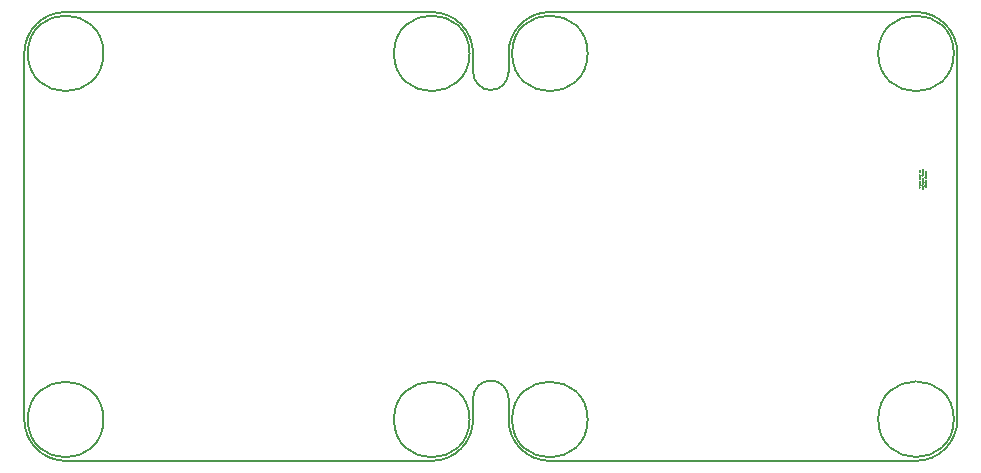
<source format=gbr>
%TF.GenerationSoftware,KiCad,Pcbnew,(6.0.1-0)*%
%TF.CreationDate,2022-02-22T17:31:55+01:00*%
%TF.ProjectId,ethersweep,65746865-7273-4776-9565-702e6b696361,2.0.1*%
%TF.SameCoordinates,Original*%
%TF.FileFunction,Other,Comment*%
%FSLAX46Y46*%
G04 Gerber Fmt 4.6, Leading zero omitted, Abs format (unit mm)*
G04 Created by KiCad (PCBNEW (6.0.1-0)) date 2022-02-22 17:31:55*
%MOMM*%
%LPD*%
G01*
G04 APERTURE LIST*
%TA.AperFunction,Profile*%
%ADD10C,0.150000*%
%TD*%
%ADD11C,0.020000*%
%ADD12C,0.150000*%
G04 APERTURE END LIST*
D10*
X184100000Y-31800000D02*
X184100000Y-30200000D01*
X184100000Y-60700000D02*
X184100000Y-59400000D01*
X180600000Y-26700000D02*
X149600000Y-26700000D01*
X149600000Y-26700000D02*
G75*
G03*
X146100000Y-30200000I-1J-3499999D01*
G01*
X184100000Y-30200000D02*
G75*
G03*
X180600000Y-26700000I-3499999J1D01*
G01*
X180600000Y-64700000D02*
G75*
G03*
X184100000Y-61200000I1J3499999D01*
G01*
X146100000Y-30200000D02*
X146100000Y-61200000D01*
X149600000Y-64700000D02*
X180600000Y-64700000D01*
X146100000Y-61200000D02*
G75*
G03*
X149600000Y-64700000I3499999J-1D01*
G01*
X184100000Y-61200000D02*
X184100000Y-60700000D01*
X225100000Y-61200000D02*
X225100000Y-30200000D01*
X190600000Y-64700000D02*
X221600000Y-64700000D01*
X187100000Y-61200000D02*
G75*
G03*
X190600000Y-64700000I3499999J-1D01*
G01*
X221600000Y-64700000D02*
G75*
G03*
X225100000Y-61200000I1J3499999D01*
G01*
X190600000Y-26700000D02*
G75*
G03*
X187100000Y-30200000I-1J-3499999D01*
G01*
X190600000Y-26700000D02*
X221600000Y-26700000D01*
X187100000Y-30200000D02*
X187100000Y-30700000D01*
X187100000Y-61200000D02*
X187100000Y-59400000D01*
X187100000Y-31800000D02*
X187100000Y-30700000D01*
X225100000Y-30200000D02*
G75*
G03*
X221600000Y-26700000I-3499999J1D01*
G01*
X184099404Y-31800002D02*
G75*
G03*
X187100000Y-31800000I1500298J-298D01*
G01*
X187100596Y-59399998D02*
G75*
G03*
X184100000Y-59400000I-1500298J298D01*
G01*
D11*
X221826357Y-41570000D02*
X221976357Y-41534285D01*
X221869214Y-41505714D01*
X221976357Y-41477142D01*
X221826357Y-41441428D01*
X221976357Y-41384285D02*
X221876357Y-41384285D01*
X221826357Y-41384285D02*
X221833500Y-41391428D01*
X221840642Y-41384285D01*
X221833500Y-41377142D01*
X221826357Y-41384285D01*
X221840642Y-41384285D01*
X221876357Y-41312857D02*
X222026357Y-41312857D01*
X221883500Y-41312857D02*
X221876357Y-41298571D01*
X221876357Y-41270000D01*
X221883500Y-41255714D01*
X221890642Y-41248571D01*
X221904928Y-41241428D01*
X221947785Y-41241428D01*
X221962071Y-41248571D01*
X221969214Y-41255714D01*
X221976357Y-41270000D01*
X221976357Y-41298571D01*
X221969214Y-41312857D01*
X221969214Y-41120000D02*
X221976357Y-41134285D01*
X221976357Y-41162857D01*
X221969214Y-41177142D01*
X221954928Y-41184285D01*
X221897785Y-41184285D01*
X221883500Y-41177142D01*
X221876357Y-41162857D01*
X221876357Y-41134285D01*
X221883500Y-41120000D01*
X221897785Y-41112857D01*
X221912071Y-41112857D01*
X221926357Y-41184285D01*
X221976357Y-41048571D02*
X221876357Y-41048571D01*
X221904928Y-41048571D02*
X221890642Y-41041428D01*
X221883500Y-41034285D01*
X221876357Y-41020000D01*
X221876357Y-41005714D01*
X221976357Y-40841428D02*
X221876357Y-40841428D01*
X221890642Y-40841428D02*
X221883500Y-40834285D01*
X221876357Y-40820000D01*
X221876357Y-40798571D01*
X221883500Y-40784285D01*
X221897785Y-40777142D01*
X221976357Y-40777142D01*
X221897785Y-40777142D02*
X221883500Y-40770000D01*
X221876357Y-40755714D01*
X221876357Y-40734285D01*
X221883500Y-40720000D01*
X221897785Y-40712857D01*
X221976357Y-40712857D01*
X221976357Y-40577142D02*
X221897785Y-40577142D01*
X221883500Y-40584285D01*
X221876357Y-40598571D01*
X221876357Y-40627142D01*
X221883500Y-40641428D01*
X221969214Y-40577142D02*
X221976357Y-40591428D01*
X221976357Y-40627142D01*
X221969214Y-40641428D01*
X221954928Y-40648571D01*
X221940642Y-40648571D01*
X221926357Y-40641428D01*
X221919214Y-40627142D01*
X221919214Y-40591428D01*
X221912071Y-40577142D01*
X221876357Y-40520000D02*
X221976357Y-40484285D01*
X221876357Y-40448571D02*
X221976357Y-40484285D01*
X222012071Y-40498571D01*
X222019214Y-40505714D01*
X222026357Y-40520000D01*
X221976357Y-40277142D02*
X221826357Y-40277142D01*
X221883500Y-40277142D02*
X221876357Y-40262857D01*
X221876357Y-40234285D01*
X221883500Y-40220000D01*
X221890642Y-40212857D01*
X221904928Y-40205714D01*
X221947785Y-40205714D01*
X221962071Y-40212857D01*
X221969214Y-40220000D01*
X221976357Y-40234285D01*
X221976357Y-40262857D01*
X221969214Y-40277142D01*
X221969214Y-40084285D02*
X221976357Y-40098571D01*
X221976357Y-40127142D01*
X221969214Y-40141428D01*
X221954928Y-40148571D01*
X221897785Y-40148571D01*
X221883500Y-40141428D01*
X221876357Y-40127142D01*
X221876357Y-40098571D01*
X221883500Y-40084285D01*
X221897785Y-40077142D01*
X221912071Y-40077142D01*
X221926357Y-40148571D01*
X222217857Y-41620000D02*
X222139285Y-41620000D01*
X222125000Y-41627142D01*
X222117857Y-41641428D01*
X222117857Y-41670000D01*
X222125000Y-41684285D01*
X222210714Y-41620000D02*
X222217857Y-41634285D01*
X222217857Y-41670000D01*
X222210714Y-41684285D01*
X222196428Y-41691428D01*
X222182142Y-41691428D01*
X222167857Y-41684285D01*
X222160714Y-41670000D01*
X222160714Y-41634285D01*
X222153571Y-41620000D01*
X222117857Y-41548571D02*
X222217857Y-41548571D01*
X222132142Y-41548571D02*
X222125000Y-41541428D01*
X222117857Y-41527142D01*
X222117857Y-41505714D01*
X222125000Y-41491428D01*
X222139285Y-41484285D01*
X222217857Y-41484285D01*
X222117857Y-41427142D02*
X222217857Y-41391428D01*
X222117857Y-41355714D02*
X222217857Y-41391428D01*
X222253571Y-41405714D01*
X222260714Y-41412857D01*
X222267857Y-41427142D01*
X222117857Y-41312857D02*
X222217857Y-41284285D01*
X222146428Y-41255714D01*
X222217857Y-41227142D01*
X222117857Y-41198571D01*
X222217857Y-41141428D02*
X222067857Y-41141428D01*
X222217857Y-41077142D02*
X222139285Y-41077142D01*
X222125000Y-41084285D01*
X222117857Y-41098571D01*
X222117857Y-41120000D01*
X222125000Y-41134285D01*
X222132142Y-41141428D01*
X222210714Y-40948571D02*
X222217857Y-40962857D01*
X222217857Y-40991428D01*
X222210714Y-41005714D01*
X222196428Y-41012857D01*
X222139285Y-41012857D01*
X222125000Y-41005714D01*
X222117857Y-40991428D01*
X222117857Y-40962857D01*
X222125000Y-40948571D01*
X222139285Y-40941428D01*
X222153571Y-40941428D01*
X222167857Y-41012857D01*
X222217857Y-40877142D02*
X222117857Y-40877142D01*
X222146428Y-40877142D02*
X222132142Y-40870000D01*
X222125000Y-40862857D01*
X222117857Y-40848571D01*
X222117857Y-40834285D01*
X222210714Y-40727142D02*
X222217857Y-40741428D01*
X222217857Y-40770000D01*
X222210714Y-40784285D01*
X222196428Y-40791428D01*
X222139285Y-40791428D01*
X222125000Y-40784285D01*
X222117857Y-40770000D01*
X222117857Y-40741428D01*
X222125000Y-40727142D01*
X222139285Y-40720000D01*
X222153571Y-40720000D01*
X222167857Y-40791428D01*
X222117857Y-40555714D02*
X222217857Y-40527142D01*
X222146428Y-40498571D01*
X222217857Y-40470000D01*
X222117857Y-40441428D01*
X222217857Y-40384285D02*
X222117857Y-40384285D01*
X222067857Y-40384285D02*
X222075000Y-40391428D01*
X222082142Y-40384285D01*
X222075000Y-40377142D01*
X222067857Y-40384285D01*
X222082142Y-40384285D01*
X222117857Y-40334285D02*
X222117857Y-40277142D01*
X222067857Y-40312857D02*
X222196428Y-40312857D01*
X222210714Y-40305714D01*
X222217857Y-40291428D01*
X222217857Y-40277142D01*
X222217857Y-40227142D02*
X222067857Y-40227142D01*
X222217857Y-40162857D02*
X222139285Y-40162857D01*
X222125000Y-40170000D01*
X222117857Y-40184285D01*
X222117857Y-40205714D01*
X222125000Y-40220000D01*
X222132142Y-40227142D01*
X222217857Y-40091428D02*
X222117857Y-40091428D01*
X222067857Y-40091428D02*
X222075000Y-40098571D01*
X222082142Y-40091428D01*
X222075000Y-40084285D01*
X222067857Y-40091428D01*
X222082142Y-40091428D01*
X222117857Y-40020000D02*
X222217857Y-40020000D01*
X222132142Y-40020000D02*
X222125000Y-40012857D01*
X222117857Y-39998571D01*
X222117857Y-39977142D01*
X222125000Y-39962857D01*
X222139285Y-39955714D01*
X222217857Y-39955714D01*
X222452214Y-41434285D02*
X222459357Y-41448571D01*
X222459357Y-41477142D01*
X222452214Y-41491428D01*
X222445071Y-41498571D01*
X222430785Y-41505714D01*
X222387928Y-41505714D01*
X222373642Y-41498571D01*
X222366500Y-41491428D01*
X222359357Y-41477142D01*
X222359357Y-41448571D01*
X222366500Y-41434285D01*
X222459357Y-41370000D02*
X222359357Y-41370000D01*
X222309357Y-41370000D02*
X222316500Y-41377142D01*
X222323642Y-41370000D01*
X222316500Y-41362857D01*
X222309357Y-41370000D01*
X222323642Y-41370000D01*
X222459357Y-41298571D02*
X222359357Y-41298571D01*
X222387928Y-41298571D02*
X222373642Y-41291428D01*
X222366500Y-41284285D01*
X222359357Y-41270000D01*
X222359357Y-41255714D01*
X222452214Y-41141428D02*
X222459357Y-41155714D01*
X222459357Y-41184285D01*
X222452214Y-41198571D01*
X222445071Y-41205714D01*
X222430785Y-41212857D01*
X222387928Y-41212857D01*
X222373642Y-41205714D01*
X222366500Y-41198571D01*
X222359357Y-41184285D01*
X222359357Y-41155714D01*
X222366500Y-41141428D01*
X222459357Y-41055714D02*
X222452214Y-41070000D01*
X222437928Y-41077142D01*
X222309357Y-41077142D01*
X222452214Y-40941428D02*
X222459357Y-40955714D01*
X222459357Y-40984285D01*
X222452214Y-40998571D01*
X222437928Y-41005714D01*
X222380785Y-41005714D01*
X222366500Y-40998571D01*
X222359357Y-40984285D01*
X222359357Y-40955714D01*
X222366500Y-40941428D01*
X222380785Y-40934285D01*
X222395071Y-40934285D01*
X222409357Y-41005714D01*
X222452214Y-40762857D02*
X222459357Y-40748571D01*
X222459357Y-40720000D01*
X222452214Y-40705714D01*
X222437928Y-40698571D01*
X222430785Y-40698571D01*
X222416500Y-40705714D01*
X222409357Y-40720000D01*
X222409357Y-40741428D01*
X222402214Y-40755714D01*
X222387928Y-40762857D01*
X222380785Y-40762857D01*
X222366500Y-40755714D01*
X222359357Y-40741428D01*
X222359357Y-40720000D01*
X222366500Y-40705714D01*
X222459357Y-40634285D02*
X222309357Y-40634285D01*
X222459357Y-40570000D02*
X222380785Y-40570000D01*
X222366500Y-40577142D01*
X222359357Y-40591428D01*
X222359357Y-40612857D01*
X222366500Y-40627142D01*
X222373642Y-40634285D01*
X222459357Y-40477142D02*
X222452214Y-40491428D01*
X222445071Y-40498571D01*
X222430785Y-40505714D01*
X222387928Y-40505714D01*
X222373642Y-40498571D01*
X222366500Y-40491428D01*
X222359357Y-40477142D01*
X222359357Y-40455714D01*
X222366500Y-40441428D01*
X222373642Y-40434285D01*
X222387928Y-40427142D01*
X222430785Y-40427142D01*
X222445071Y-40434285D01*
X222452214Y-40441428D01*
X222459357Y-40455714D01*
X222459357Y-40477142D01*
X222359357Y-40377142D02*
X222459357Y-40348571D01*
X222387928Y-40320000D01*
X222459357Y-40291428D01*
X222359357Y-40262857D01*
X222359357Y-40205714D02*
X222459357Y-40205714D01*
X222373642Y-40205714D02*
X222366500Y-40198571D01*
X222359357Y-40184285D01*
X222359357Y-40162857D01*
X222366500Y-40148571D01*
X222380785Y-40141428D01*
X222459357Y-40141428D01*
D12*
X183800000Y-30200000D02*
G75*
G03*
X183800000Y-30200000I-3200000J0D01*
G01*
X152800000Y-30200000D02*
G75*
G03*
X152800000Y-30200000I-3200000J0D01*
G01*
X152800000Y-61200000D02*
G75*
G03*
X152800000Y-61200000I-3200000J0D01*
G01*
X183800000Y-61200000D02*
G75*
G03*
X183800000Y-61200000I-3200000J0D01*
G01*
X193800000Y-30200000D02*
G75*
G03*
X193800000Y-30200000I-3200000J0D01*
G01*
X224800000Y-30200000D02*
G75*
G03*
X224800000Y-30200000I-3200000J0D01*
G01*
X193800000Y-61200000D02*
G75*
G03*
X193800000Y-61200000I-3200000J0D01*
G01*
X224800000Y-61175001D02*
G75*
G03*
X224800000Y-61175001I-3200000J0D01*
G01*
M02*

</source>
